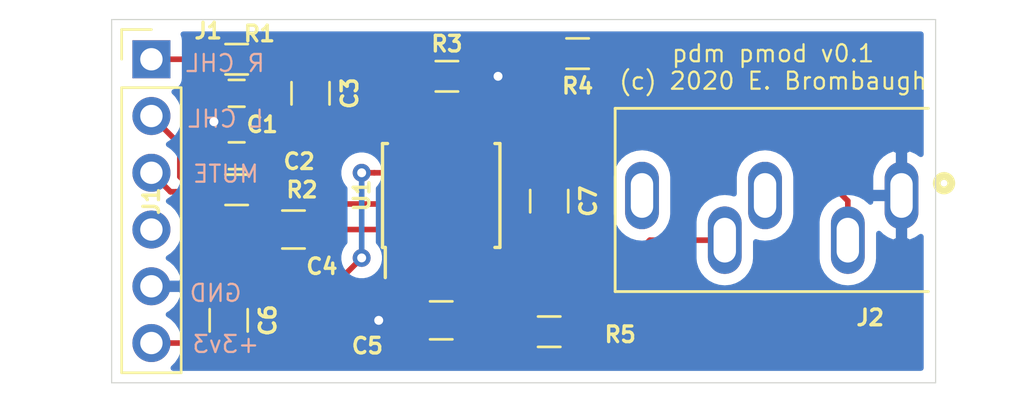
<source format=kicad_pcb>
(kicad_pcb (version 20211014) (generator pcbnew)
  (layers (0 "F.Cu" signal) (31 "B.Cu" signal) (34 "B.Paste" user) (35 "F.Paste" user) (36 "B.SilkS" user "B.Silkscreen") (37 "F.SilkS" user "F.Silkscreen") (38 "B.Mask" user) (39 "F.Mask" user) (44 "Edge.Cuts" user))
  (net 0 "")
  (net 1 "GND")
  (net 2 "Net-(C1-Pad1)")
  (net 3 "Net-(C2-Pad1)")
  (net 4 "Net-(C3-Pad2)")
  (net 5 "Net-(C4-Pad2)")
  (net 6 "Net-(C5-Pad1)")
  (net 7 "+3V3")
  (net 8 "Net-(C7-Pad2)")
  (net 9 "Net-(C7-Pad1)")
  (net 10 "Net-(J1-Pad4)")
  (net 11 "/nMUTE")
  (net 12 "/R_PWM")
  (net 13 "/L_PWM")
  (net 14 "Net-(J2-Pad2)")
  (net 15 "Net-(J2-Pad5)")
  (net 16 "Net-(J2-Pad3)")
  (net 17 "Net-(J2-Pad4)")
  (net 18 "Net-(R3-Pad1)")
  (net 19 "Net-(R4-Pad2)")
  (net 20 "Net-(R5-Pad2)")
  (net 21 "Net-(U1-Pad8)")
  (net 22 "Net-(U1-Pad7)")
  (footprint "Resistors_SMD:R_0603_HandSoldering" (layer "F.Cu") (at 184.658 123.19 180)
    (fp_text reference "R5" (at -3.175 -0.127) (layer "F.SilkS") (effects (font (size 0.7 0.7))))
    (fp_text value "470")
    (fp_line (start -0.5 -0.68) (end 0.5 -0.68) (layer "F.SilkS") (width 0.12))
    (fp_line (start 0.5 0.68) (end -0.5 0.68) (layer "F.SilkS") (width 0.12))
    (pad "1" smd rect locked (at -1.1 0 180) (size 1.2 0.9) (layers "F.Cu" "F.Paste" "F.Mask") (net 16 "Net-(J2-Pad3)"))
    (pad "2" smd rect locked (at 1.1 0 180) (size 1.2 0.9) (layers "F.Cu" "F.Paste" "F.Mask") (net 20 "Net-(R5-Pad2)"))
  )
  (footprint "Capacitors_SMD:C_0805_HandSoldering" (layer "F.Cu") (at 173.99 112.522 -90)
    (fp_text reference "C3" (at 0 -1.75 90) (layer "F.SilkS") (effects (font (size 0.7 0.7))))
    (fp_text value "10uf")
    (fp_text user "${REFERENCE}" (at 0 -1.75 90) (layer "F.SilkS") (effects (font (size 0.7 0.7))))
    (fp_line (start 0.5 -0.85) (end -0.5 -0.85) (layer "F.SilkS") (width 0.12))
    (fp_line (start -0.5 0.85) (end 0.5 0.85) (layer "F.SilkS") (width 0.12))
    (pad "1" smd rect locked (at -1.25 0 270) (size 1.5 1.25) (layers "F.Cu" "F.Paste" "F.Mask") (net 2 "Net-(C1-Pad1)"))
    (pad "2" smd rect locked (at 1.25 0 270) (size 1.5 1.25) (layers "F.Cu" "F.Paste" "F.Mask") (net 4 "Net-(C3-Pad2)"))
  )
  (footprint "Capacitors_SMD:C_0805_HandSoldering" (layer "F.Cu") (at 179.832 122.682 180)
    (fp_text reference "C5" (at 3.302 -1.143) (layer "F.SilkS") (effects (font (size 0.7 0.7))))
    (fp_text value "1uf")
    (fp_line (start 0.5 -0.85) (end -0.5 -0.85) (layer "F.SilkS") (width 0.12))
    (fp_line (start -0.5 0.85) (end 0.5 0.85) (layer "F.SilkS") (width 0.12))
    (pad "1" smd rect locked (at -1.25 0 180) (size 1.5 1.25) (layers "F.Cu" "F.Paste" "F.Mask") (net 6 "Net-(C5-Pad1)"))
    (pad "2" smd rect locked (at 1.25 0 180) (size 1.5 1.25) (layers "F.Cu" "F.Paste" "F.Mask") (net 1 "GND"))
  )
  (footprint "Capacitors_SMD:C_0603_HandSoldering" (layer "F.Cu") (at 170.688 115.316 180)
    (fp_text reference "C2" (at -2.794 -0.254) (layer "F.SilkS") (effects (font (size 0.7 0.7))))
    (fp_text value "0.1uf")
    (fp_line (start -0.35 -0.6) (end 0.35 -0.6) (layer "F.SilkS") (width 0.12))
    (fp_line (start 0.35 0.6) (end -0.35 0.6) (layer "F.SilkS") (width 0.12))
    (pad "1" smd rect locked (at -0.95 0 180) (size 1.2 0.75) (layers "F.Cu" "F.Paste" "F.Mask") (net 3 "Net-(C2-Pad1)"))
    (pad "2" smd rect locked (at 0.95 0 180) (size 1.2 0.75) (layers "F.Cu" "F.Paste" "F.Mask") (net 1 "GND"))
  )
  (footprint "Capacitors_SMD:C_0805_HandSoldering" (layer "F.Cu") (at 184.658 117.348 -90)
    (fp_text reference "C7" (at 0 -1.75 90) (layer "F.SilkS") (effects (font (size 0.7 0.7))))
    (fp_text value "1uf")
    (fp_text user "${REFERENCE}" (at 0 -1.75 90) (layer "F.SilkS") (effects (font (size 0.7 0.7))))
    (fp_line (start 0.5 -0.85) (end -0.5 -0.85) (layer "F.SilkS") (width 0.12))
    (fp_line (start -0.5 0.85) (end 0.5 0.85) (layer "F.SilkS") (width 0.12))
    (pad "1" smd rect locked (at -1.25 0 270) (size 1.5 1.25) (layers "F.Cu" "F.Paste" "F.Mask") (net 9 "Net-(C7-Pad1)"))
    (pad "2" smd rect locked (at 1.25 0 270) (size 1.5 1.25) (layers "F.Cu" "F.Paste" "F.Mask") (net 8 "Net-(C7-Pad2)"))
  )
  (footprint "Resistors_SMD:R_0603_HandSoldering" (layer "F.Cu") (at 185.928 110.744 180)
    (fp_text reference "R4" (at 0 -1.45) (layer "F.SilkS") (effects (font (size 0.7 0.7))))
    (fp_text value "470")
    (fp_line (start 0.5 0.68) (end -0.5 0.68) (layer "F.SilkS") (width 0.12))
    (fp_line (start -0.5 -0.68) (end 0.5 -0.68) (layer "F.SilkS") (width 0.12))
    (pad "1" smd rect locked (at -1.1 0 180) (size 1.2 0.9) (layers "F.Cu" "F.Paste" "F.Mask") (net 14 "Net-(J2-Pad2)"))
    (pad "2" smd rect locked (at 1.1 0 180) (size 1.2 0.9) (layers "F.Cu" "F.Paste" "F.Mask") (net 19 "Net-(R4-Pad2)"))
  )
  (footprint "Resistors_SMD:R_0603_HandSoldering" (layer "F.Cu") (at 170.688 116.84 180)
    (fp_text reference "R2" (at -2.921 0) (layer "F.SilkS") (effects (font (size 0.7 0.7))))
    (fp_text value "100")
    (fp_line (start 0.5 0.68) (end -0.5 0.68) (layer "F.SilkS") (width 0.12))
    (fp_line (start -0.5 -0.68) (end 0.5 -0.68) (layer "F.SilkS") (width 0.12))
    (pad "1" smd rect locked (at -1.1 0 180) (size 1.2 0.9) (layers "F.Cu" "F.Paste" "F.Mask") (net 3 "Net-(C2-Pad1)"))
    (pad "2" smd rect locked (at 1.1 0 180) (size 1.2 0.9) (layers "F.Cu" "F.Paste" "F.Mask") (net 12 "/R_PWM"))
  )
  (footprint "Capacitors_SMD:C_0805_HandSoldering" (layer "F.Cu") (at 173.228 118.618)
    (fp_text reference "C4" (at 1.27 1.651) (layer "F.SilkS") (effects (font (size 0.7 0.7))))
    (fp_text value "10uf")
    (fp_line (start 0.5 -0.85) (end -0.5 -0.85) (layer "F.SilkS") (width 0.12))
    (fp_line (start -0.5 0.85) (end 0.5 0.85) (layer "F.SilkS") (width 0.12))
    (pad "1" smd rect locked (at -1.25 0) (size 1.5 1.25) (layers "F.Cu" "F.Paste" "F.Mask") (net 3 "Net-(C2-Pad1)"))
    (pad "2" smd rect locked (at 1.25 0) (size 1.5 1.25) (layers "F.Cu" "F.Paste" "F.Mask") (net 5 "Net-(C4-Pad2)"))
  )
  (footprint "Pin_Headers:Pin_Header_Straight_1x06_Pitch2.54mm" (layer "F.Cu") (at 166.878 110.998)
    (fp_text reference "J1" (at 2.54 -1.27) (layer "F.SilkS") (effects (font (size 0.7 0.7))))
    (fp_text value "Conn_01x06_Male")
    (fp_text user "${REFERENCE}" (at 0 6.35 90) (layer "F.SilkS") (effects (font (size 0.7 0.7))))
    (fp_line (start -1.33 14.03) (end 1.33 14.03) (layer "F.SilkS") (width 0.12))
    (fp_line (start -1.33 1.27) (end -1.33 14.03) (layer "F.SilkS") (width 0.12))
    (fp_line (start -1.33 1.27) (end 1.33 1.27) (layer "F.SilkS") (width 0.12))
    (fp_line (start -1.33 -1.33) (end 0 -1.33) (layer "F.SilkS") (width 0.12))
    (fp_line (start -1.33 0) (end -1.33 -1.33) (layer "F.SilkS") (width 0.12))
    (fp_line (start 1.33 1.27) (end 1.33 14.03) (layer "F.SilkS") (width 0.12))
    (pad "1" thru_hole rect locked (at 0 0) (size 1.7 1.7) (drill 1) (layers *.Cu *.Mask) (net 13 "/L_PWM"))
    (pad "2" thru_hole oval locked (at 0 2.54) (size 1.7 1.7) (drill 1) (layers *.Cu *.Mask) (net 12 "/R_PWM"))
    (pad "3" thru_hole oval locked (at 0 5.08) (size 1.7 1.7) (drill 1) (layers *.Cu *.Mask) (net 11 "/nMUTE"))
    (pad "4" thru_hole oval locked (at 0 7.62) (size 1.7 1.7) (drill 1) (layers *.Cu *.Mask) (net 10 "Net-(J1-Pad4)"))
    (pad "5" thru_hole oval locked (at 0 10.16) (size 1.7 1.7) (drill 1) (layers *.Cu *.Mask) (net 1 "GND"))
    (pad "6" thru_hole oval locked (at 0 12.7) (size 1.7 1.7) (drill 1) (layers *.Cu *.Mask) (net 7 "+3V3"))
  )
  (footprint "Resistors_SMD:R_0603_HandSoldering" (layer "F.Cu") (at 180.086 111.76)
    (fp_text reference "R3" (at 0 -1.45) (layer "F.SilkS") (effects (font (size 0.7 0.7))))
    (fp_text value "82K")
    (fp_line (start -0.5 -0.68) (end 0.5 -0.68) (layer "F.SilkS") (width 0.12))
    (fp_line (start 0.5 0.68) (end -0.5 0.68) (layer "F.SilkS") (width 0.12))
    (pad "1" smd rect locked (at -1.1 0) (size 1.2 0.9) (layers "F.Cu" "F.Paste" "F.Mask") (net 18 "Net-(R3-Pad1)"))
    (pad "2" smd rect locked (at 1.1 0) (size 1.2 0.9) (layers "F.Cu" "F.Paste" "F.Mask") (net 1 "GND"))
  )
  (footprint "Capacitors_SMD:C_0603_HandSoldering" (layer "F.Cu") (at 170.688 112.522 180)
    (fp_text reference "C1" (at -1.143 -1.397) (layer "F.SilkS") (effects (font (size 0.7 0.7))))
    (fp_text value "0.1uf")
    (fp_line (start 0.35 0.6) (end -0.35 0.6) (layer "F.SilkS") (width 0.12))
    (fp_line (start -0.35 -0.6) (end 0.35 -0.6) (layer "F.SilkS") (width 0.12))
    (pad "1" smd rect locked (at -0.95 0 180) (size 1.2 0.75) (layers "F.Cu" "F.Paste" "F.Mask") (net 2 "Net-(C1-Pad1)"))
    (pad "2" smd rect locked (at 0.95 0 180) (size 1.2 0.75) (layers "F.Cu" "F.Paste" "F.Mask") (net 1 "GND"))
  )
  (footprint "Capacitors_SMD:C_0805_HandSoldering" (layer "F.Cu") (at 170.3324 122.682 -90)
    (fp_text reference "C6" (at 0 -1.75 90) (layer "F.SilkS") (effects (font (size 0.7 0.7))))
    (fp_text value "1uf")
    (fp_text user "${REFERENCE}" (at 0 -1.75 90) (layer "F.SilkS") (effects (font (size 0.7 0.7))))
    (fp_line (start -0.5 0.85) (end 0.5 0.85) (layer "F.SilkS") (width 0.12))
    (fp_line (start 0.5 -0.85) (end -0.5 -0.85) (layer "F.SilkS") (width 0.12))
    (pad "1" smd rect locked (at -1.25 0 270) (size 1.5 1.25) (layers "F.Cu" "F.Paste" "F.Mask") (net 1 "GND"))
    (pad "2" smd rect locked (at 1.25 0 270) (size 1.5 1.25) (layers "F.Cu" "F.Paste" "F.Mask") (net 7 "+3V3"))
  )
  (footprint "CUI_SJ1-3535NG-GR" (layer "F.Cu") (at 200.406 117.094 180)
    (fp_text reference "J2" (at 1.39879 -5.46802) (layer "F.SilkS") (effects (font (size 0.7 0.7) (thickness 0.1524))))
    (fp_text value "SJ1-3535NG-GR" hide)
    (fp_line (start 12.8 -4.3) (end 12.8 3.9) (layer "F.SilkS") (width 0.127))
    (fp_line (start -1.2 -4.3) (end 12.8 -4.3) (layer "F.SilkS") (width 0.127))
    (fp_line (start 12.8 3.9) (end -1.2 3.9) (layer "F.SilkS") (width 0.127))
    (fp_circle (center -1.9 0.55) (end -1.75 0.55) (layer "F.SilkS") (width 0.35) (fill none))
    (pad "1" thru_hole oval locked (at 0 0 90) (size 3.016 1.508) (drill oval 2 1) (layers *.Cu *.Mask) (net 1 "GND"))
    (pad "2" thru_hole oval locked (at 2.4 -2 90) (size 3.016 1.508) (drill oval 2 1) (layers *.Cu *.Mask) (net 14 "Net-(J2-Pad2)"))
    (pad "3" thru_hole oval locked (at 7.9 -2 90) (size 3.016 1.508) (drill oval 2 1) (layers *.Cu *.Mask) (net 16 "Net-(J2-Pad3)"))
    (pad "4" thru_hole oval locked (at 11.6 0 90) (size 3.016 1.508) (drill oval 2 1) (layers *.Cu *.Mask) (net 17 "Net-(J2-Pad4)"))
    (pad "5" thru_hole oval locked (at 6.1 0 90) (size 3.016 1.508) (drill oval 2 1) (layers *.Cu *.Mask) (net 15 "Net-(J2-Pad5)"))
  )
  (footprint "Resistors_SMD:R_0603_HandSoldering" (layer "F.Cu") (at 170.688 110.998 180)
    (fp_text reference "R1" (at -1.016 1.143) (layer "F.SilkS") (effects (font (size 0.7 0.7))))
    (fp_text value "100")
    (fp_line (start -0.5 -0.68) (end 0.5 -0.68) (layer "F.SilkS") (width 0.12))
    (fp_line (start 0.5 0.68) (end -0.5 0.68) (layer "F.SilkS") (width 0.12))
    (pad "1" smd rect locked (at -1.1 0 180) (size 1.2 0.9) (layers "F.Cu" "F.Paste" "F.Mask") (net 2 "Net-(C1-Pad1)"))
    (pad "2" smd rect locked (at 1.1 0 180) (size 1.2 0.9) (layers "F.Cu" "F.Paste" "F.Mask") (net 13 "/L_PWM"))
  )
  (footprint "Housings_SSOP:TSSOP-14_4.4x5mm_Pitch0.65mm" (layer "F.Cu") (at 179.832 117.094 90)
    (fp_text reference "U1" (at 0 -3.55 90) (layer "F.SilkS") (effects (font (size 0.7 0.7))))
    (fp_text value "TPA6139A2")
    (fp_line (start -2.325 2.625) (end 2.325 2.625) (layer "F.SilkS") (width 0.15))
    (fp_line (start -2.325 -2.625) (end 2.325 -2.625) (layer "F.SilkS") (width 0.15))
    (fp_line (start -2.325 -2.625) (end -2.325 -2.5) (layer "F.SilkS") (width 0.15))
    (fp_line (start 2.325 2.625) (end 2.325 2.4) (layer "F.SilkS") (width 0.15))
    (fp_line (start -2.325 -2.5) (end -3.675 -2.5) (layer "F.SilkS") (width 0.15))
    (fp_line (start 2.325 -2.625) (end 2.325 -2.4) (layer "F.SilkS") (width 0.15))
    (fp_line (start -2.325 2.625) (end -2.325 2.4) (layer "F.SilkS") (width 0.15))
    (pad "1" smd rect locked (at -2.95 -1.95 90) (size 1.45 0.45) (layers "F.Cu" "F.Paste" "F.Mask") (net 5 "Net-(C4-Pad2)"))
    (pad "2" smd rect locked (at -2.95 -1.3 90) (size 1.45 0.45) (layers "F.Cu" "F.Paste" "F.Mask") (net 20 "Net-(R5-Pad2)"))
    (pad "3" smd rect locked (at -2.95 -0.65 90) (size 1.45 0.45) (layers "F.Cu" "F.Paste" "F.Mask") (net 1 "GND"))
    (pad "4" smd rect locked (at -2.95 0 90) (size 1.45 0.45) (layers "F.Cu" "F.Paste" "F.Mask") (net 11 "/nMUTE"))
    (pad "5" smd rect locked (at -2.95 0.65 90) (size 1.45 0.45) (layers "F.Cu" "F.Paste" "F.Mask") (net 6 "Net-(C5-Pad1)"))
    (pad "6" smd rect locked (at -2.95 1.3 90) (size 1.45 0.45) (layers "F.Cu" "F.Paste" "F.Mask") (net 8 "Net-(C7-Pad2)"))
    (pad "7" smd rect locked (at -2.95 1.95 90) (size 1.45 0.45) (layers "F.Cu" "F.Paste" "F.Mask") (net 22 "Net-(U1-Pad7)"))
    (pad "8" smd rect locked (at 2.95 1.95 90) (size 1.45 0.45) (layers "F.Cu" "F.Paste" "F.Mask") (net 21 "Net-(U1-Pad8)"))
    (pad "9" smd rect locked (at 2.95 1.3 90) (size 1.45 0.45) (layers "F.Cu" "F.Paste" "F.Mask") (net 9 "Net-(C7-Pad1)"))
    (pad "10" smd rect locked (at 2.95 0.65 90) (size 1.45 0.45) (layers "F.Cu" "F.Paste" "F.Mask") (net 7 "+3V3"))
    (pad "11" smd rect locked (at 2.95 0 90) (size 1.45 0.45) (layers "F.Cu" "F.Paste" "F.Mask") (net 1 "GND"))
    (pad "12" smd rect locked (at 2.95 -0.65 90) (size 1.45 0.45) (layers "F.Cu" "F.Paste" "F.Mask") (net 18 "Net-(R3-Pad1)"))
    (pad "13" smd rect locked (at 2.95 -1.3 90) (size 1.45 0.45) (layers "F.Cu" "F.Paste" "F.Mask") (net 19 "Net-(R4-Pad2)"))
    (pad "14" smd rect locked (at 2.95 -1.95 90) (size 1.45 0.45) (layers "F.Cu" "F.Paste" "F.Mask") (net 4 "Net-(C3-Pad2)"))
  )
  (gr_line (start 165.1 125.476) (end 165.1 109.22) (layer "Edge.Cuts") (width 0.05))
  (gr_line (start 165.1 109.22) (end 201.93 109.22) (layer "Edge.Cuts") (width 0.05))
  (gr_line (start 201.93 125.476) (end 165.1 125.476) (layer "Edge.Cuts") (width 0.05))
  (gr_line (start 201.93 109.22) (end 201.93 125.476) (layer "Edge.Cuts") (width 0.05))
  (gr_text "+3v3" (at 170.2054 123.7488) (layer "B.SilkS") (effects (font (size 0.762 0.762) (thickness 0.1016)) (justify mirror)))
  (gr_text "L CHL" (at 170.2054 113.665) (layer "B.SilkS") (effects (font (size 0.762 0.762) (thickness 0.1016)) (justify mirror)))
  (gr_text "R CHL" (at 170.18 111.1758) (layer "B.SilkS") (effects (font (size 0.762 0.762) (thickness 0.1016)) (justify mirror)))
  (gr_text "MUTE" (at 170.2054 116.1288) (layer "B.SilkS") (effects (font (size 0.762 0.762) (thickness 0.1016)) (justify mirror)))
  (gr_text "GND" (at 169.7482 121.4628) (layer "B.SilkS") (effects (font (size 0.762 0.762) (thickness 0.1016)) (justify mirror)))
  (gr_text "pdm pmod v0.1\n(c) 2020 E. Brombaugh" (at 194.6656 111.3536) (layer "F.SilkS") (effects (font (size 0.762 0.762) (thickness 0.1016))))
  (segment (start 177.038 122.682) (end 178.582 122.682) (width 0.25) (layer "F.Cu") (net 1))
  (segment (start 179.832 112.964) (end 181.036 111.76) (width 0.25) (layer "F.Cu") (net 1))
  (segment (start 169.738 115.316) (end 169.738 113.858) (width 0.25) (layer "F.Cu") (net 1))
  (segment (start 166.878 121.158) (end 170.0584 121.158) (width 0.25) (layer "F.Cu") (net 1))
  (segment (start 181.036 111.76) (end 181.186 111.76) (width 0.25) (layer "F.Cu") (net 1))
  (segment (start 169.738 112.522) (end 169.738 113.726) (width 0.25) (layer "F.Cu") (net 1))
  (segment (start 179.182 122.082) (end 178.582 122.682) (width 0.25) (layer "F.Cu") (net 1))
  (segment (start 169.738 113.858) (end 169.672 113.792) (width 0.25) (layer "F.Cu") (net 1))
  (segment (start 170.0584 121.158) (end 170.3324 121.432) (width 0.25) (layer "F.Cu") (net 1))
  (segment (start 179.832 114.144) (end 179.832 112.964) (width 0.25) (layer "F.Cu") (net 1))
  (segment (start 179.182 120.044) (end 179.182 122.082) (width 0.25) (layer "F.Cu") (net 1))
  (segment (start 181.186 111.76) (end 182.372 111.76) (width 0.25) (layer "F.Cu") (net 1))
  (segment (start 169.738 113.726) (end 169.672 113.792) (width 0.25) (layer "F.Cu") (net 1))
  (via (at 169.672 113.792) (size 0.8) (drill 0.4) (layers "F.Cu" "B.Cu") (net 1))
  (via (at 182.372 111.76) (size 0.8) (drill 0.4) (layers "F.Cu" "B.Cu") (net 1))
  (via (at 177.038 122.682) (size 0.8) (drill 0.4) (layers "F.Cu" "B.Cu") (net 1))
  (segment (start 171.788 110.998) (end 173.716 110.998) (width 0.25) (layer "F.Cu") (net 2))
  (segment (start 173.716 110.998) (end 173.99 111.272) (width 0.25) (layer "F.Cu") (net 2))
  (segment (start 171.638 112.522) (end 171.638 111.148) (width 0.25) (layer "F.Cu") (net 2))
  (segment (start 171.638 111.148) (end 171.788 110.998) (width 0.25) (layer "F.Cu") (net 2))
  (segment (start 171.788 115.466) (end 171.638 115.316) (width 0.25) (layer "F.Cu") (net 3))
  (segment (start 171.978 117.03) (end 171.788 116.84) (width 0.25) (layer "F.Cu") (net 3))
  (segment (start 171.978 118.618) (end 171.978 117.03) (width 0.25) (layer "F.Cu") (net 3))
  (segment (start 171.788 116.84) (end 171.788 115.466) (width 0.25) (layer "F.Cu") (net 3))
  (segment (start 177.51 113.772) (end 177.882 114.144) (width 0.25) (layer "F.Cu") (net 4))
  (segment (start 173.99 113.772) (end 177.51 113.772) (width 0.25) (layer "F.Cu") (net 4))
  (segment (start 177.431 118.618) (end 177.882 119.069) (width 0.25) (layer "F.Cu") (net 5))
  (segment (start 174.478 118.618) (end 177.431 118.618) (width 0.25) (layer "F.Cu") (net 5))
  (segment (start 177.882 119.069) (end 177.882 120.044) (width 0.25) (layer "F.Cu") (net 5))
  (segment (start 180.482 122.082) (end 181.082 122.682) (width 0.25) (layer "F.Cu") (net 6))
  (segment (start 180.482 120.044) (end 180.482 122.082) (width 0.25) (layer "F.Cu") (net 6))
  (segment (start 170.3324 123.932) (end 172.232 123.932) (width 0.25) (layer "F.Cu") (net 7))
  (segment (start 176.841685 116.078) (end 176.276 116.078) (width 0.25) (layer "F.Cu") (net 7))
  (segment (start 179.523 116.078) (end 176.841685 116.078) (width 0.25) (layer "F.Cu") (net 7))
  (segment (start 172.232 123.932) (end 176.276 119.888) (width 0.25) (layer "F.Cu") (net 7))
  (segment (start 180.482 115.119) (end 179.523 116.078) (width 0.25) (layer "F.Cu") (net 7))
  (segment (start 180.482 114.144) (end 180.482 115.119) (width 0.25) (layer "F.Cu") (net 7))
  (segment (start 170.0984 123.698) (end 170.3324 123.932) (width 0.25) (layer "F.Cu") (net 7))
  (segment (start 166.878 123.698) (end 170.0984 123.698) (width 0.25) (layer "F.Cu") (net 7))
  (via (at 176.276 116.078) (size 0.8) (drill 0.4) (layers "F.Cu" "B.Cu") (net 7))
  (via (at 176.276 119.888) (size 0.8) (drill 0.4) (layers "F.Cu" "B.Cu") (net 7))
  (segment (start 176.276 116.078) (end 176.276 116.078) (width 0.25) (layer "B.Cu") (net 7))
  (segment (start 176.276 119.888) (end 176.276 116.078) (width 0.25) (layer "B.Cu") (net 7))
  (segment (start 184.658 118.598) (end 181.376 118.598) (width 0.25) (layer "F.Cu") (net 8))
  (segment (start 181.132 118.842) (end 181.132 120.044) (width 0.25) (layer "F.Cu") (net 8))
  (segment (start 181.376 118.598) (end 181.132 118.842) (width 0.25) (layer "F.Cu") (net 8))
  (segment (start 184.658 116.098) (end 183.783 116.098) (width 0.25) (layer "F.Cu") (net 9))
  (segment (start 181.132 115.346) (end 181.132 114.144) (width 0.25) (layer "F.Cu") (net 9))
  (segment (start 181.864 116.078) (end 181.132 115.346) (width 0.25) (layer "F.Cu") (net 9))
  (segment (start 183.763 116.078) (end 181.864 116.078) (width 0.25) (layer "F.Cu") (net 9))
  (segment (start 183.783 116.098) (end 183.763 116.078) (width 0.25) (layer "F.Cu") (net 9))
  (segment (start 167.981999 116.927999) (end 170.815 119.761) (width 0.25) (layer "F.Cu") (net 11))
  (segment (start 173.228 117.856) (end 173.609 117.475) (width 0.25) (layer "F.Cu") (net 11))
  (segment (start 166.878 116.078) (end 167.727999 116.927999) (width 0.25) (layer "F.Cu") (net 11))
  (segment (start 173.228 119.328002) (end 173.228 117.856) (width 0.25) (layer "F.Cu") (net 11))
  (segment (start 173.609 117.475) (end 178.435 117.475) (width 0.25) (layer "F.Cu") (net 11))
  (segment (start 179.832 119.126) (end 179.832 119.069) (width 0.25) (layer "F.Cu") (net 11))
  (segment (start 170.815 119.761) (end 172.795002 119.761) (width 0.25) (layer "F.Cu") (net 11))
  (segment (start 167.727999 116.927999) (end 167.981999 116.927999) (width 0.25) (layer "F.Cu") (net 11))
  (segment (start 179.832 118.872) (end 179.832 119.126) (width 0.25) (layer "F.Cu") (net 11))
  (segment (start 178.435 117.475) (end 179.832 118.872) (width 0.25) (layer "F.Cu") (net 11))
  (segment (start 179.832 120.044) (end 179.832 119.126) (width 0.25) (layer "F.Cu") (net 11))
  (segment (start 172.795002 119.761) (end 173.228 119.328002) (width 0.25) (layer "F.Cu") (net 11))
  (segment (start 168.148 116.25) (end 168.738 116.84) (width 0.25) (layer "F.Cu") (net 12))
  (segment (start 168.738 116.84) (end 169.588 116.84) (width 0.25) (layer "F.Cu") (net 12))
  (segment (start 166.878 113.538) (end 168.148 114.808) (width 0.25) (layer "F.Cu") (net 12))
  (segment (start 168.148 114.808) (end 168.148 116.25) (width 0.25) (layer "F.Cu") (net 12))
  (segment (start 166.878 110.998) (end 169.588 110.998) (width 0.25) (layer "F.Cu") (net 13))
  (segment (start 187.028 110.744) (end 191.414 110.744) (width 0.25) (layer "F.Cu") (net 14))
  (segment (start 191.414 110.744) (end 198.006 117.336) (width 0.25) (layer "F.Cu") (net 14))
  (segment (start 198.006 117.336) (end 198.006 119.094) (width 0.25) (layer "F.Cu") (net 14))
  (segment (start 185.758 122.49) (end 185.758 123.19) (width 0.25) (layer "F.Cu") (net 16))
  (segment (start 189.154 119.094) (end 185.758 122.49) (width 0.25) (layer "F.Cu") (net 16))
  (segment (start 192.506 119.094) (end 189.154 119.094) (width 0.25) (layer "F.Cu") (net 16))
  (segment (start 179.182 114.144) (end 179.182 111.956) (width 0.25) (layer "F.Cu") (net 18))
  (segment (start 179.182 111.956) (end 178.986 111.76) (width 0.25) (layer "F.Cu") (net 18))
  (segment (start 178.532 113.169) (end 177.885 112.522) (width 0.25) (layer "F.Cu") (net 19))
  (segment (start 183.896 110.744) (end 184.828 110.744) (width 0.25) (layer "F.Cu") (net 19))
  (segment (start 178.224 110.744) (end 183.896 110.744) (width 0.25) (layer "F.Cu") (net 19))
  (segment (start 178.532 114.144) (end 178.532 113.169) (width 0.25) (layer "F.Cu") (net 19))
  (segment (start 177.885 112.522) (end 177.885 111.083) (width 0.25) (layer "F.Cu") (net 19))
  (segment (start 177.885 111.083) (end 178.224 110.744) (width 0.25) (layer "F.Cu") (net 19))
  (segment (start 176.312999 122.264001) (end 176.312999 123.099999) (width 0.25) (layer "F.Cu") (net 20))
  (segment (start 176.312999 123.099999) (end 177.165 123.952) (width 0.25) (layer "F.Cu") (net 20))
  (segment (start 177.165 121.412) (end 176.312999 122.264001) (width 0.25) (layer "F.Cu") (net 20))
  (segment (start 178.532 121.188) (end 178.308 121.412) (width 0.25) (layer "F.Cu") (net 20))
  (segment (start 178.532 120.044) (end 178.532 121.188) (width 0.25) (layer "F.Cu") (net 20))
  (segment (start 183.388 123.19) (end 183.558 123.19) (width 0.25) (layer "F.Cu") (net 20))
  (segment (start 182.626 123.952) (end 183.388 123.19) (width 0.25) (layer "F.Cu") (net 20))
  (segment (start 178.308 121.412) (end 177.165 121.412) (width 0.25) (layer "F.Cu") (net 20))
  (segment (start 177.165 123.952) (end 182.626 123.952) (width 0.25) (layer "F.Cu") (net 20))
  (zone (net 1) (net_name "GND") (layer "B.Cu") (connect_pads (clearance 0.508)) (min_thickness 0.254) (fill yes (thermal_gap 0.508) (thermal_bridge_width 0.508))
    (polygon (pts (xy 201.422 124.968) (xy 165.608 124.968) (xy 165.608 109.728) (xy 201.422 109.728)))
  )
)
</source>
